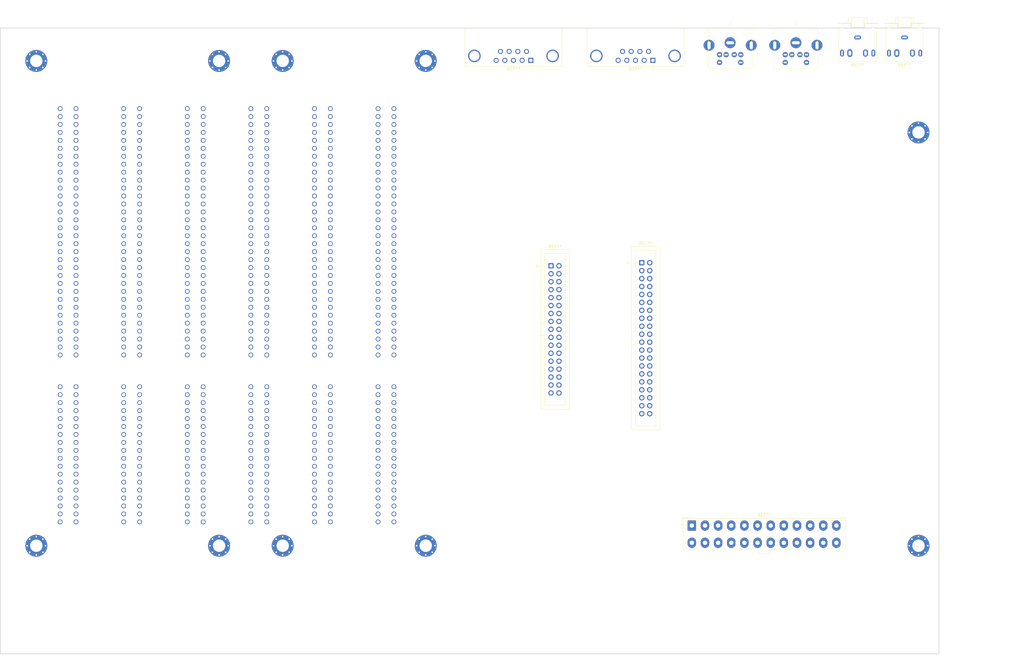
<source format=kicad_pcb>
(kicad_pcb (version 20241229) (generator "pcbnew") (generator_version "9.0")
  (title_block (title "Decimal ATX Motherboard (dATX)") (date "2025-08-10") (rev "0") (company "Jules Carboni") (comment 1 "dATX:   300×200 mm") (comment 2 "ISO A4: 297×210 mm"))
  (layers (0 "F.Cu" signal) (2 "B.Cu" signal) (13 "F.Paste" user) (15 "B.Paste" user) (5 "F.SilkS" user "F.Silkscreen") (7 "B.SilkS" user "B.Silkscreen") (1 "F.Mask" user) (3 "B.Mask" user) (25 "Edge.Cuts" user))
  (net 0 "")
  (footprint "HOLE" (layer "F.Cu") (at 119.92 40.5)
    (property "Reference" "")
    (property "Value" "")
  )
  (footprint "HOLE" (layer "F.Cu") (at 61.5 195.44)
    (property "Reference" "")
    (property "Value" "")
  )
  (footprint "Connector_Dsub:DSUB-9_Pins_Horizontal_P2.77x2.84mm_EdgePinOffset7.70mm_Housed_MountingHolesOffset9.12mm" (layer "F.Cu") (at 219.54 40.325331 180)
    (property "Reference" "REF**")
    (property "Value" "DSUB-9_Pins_Horizontal_P2.77x2.84mm_EdgePinOffset7.70mm_Housed_MountingHolesOffset9.12mm")
  )
  (footprint "HOLE" (layer "F.Cu") (at 185.96 40.5)
    (property "Reference" "")
    (property "Value" "")
  )
  (footprint "HOLE" (layer "F.Cu") (at 343.44 195.44)
    (property "Reference" "")
    (property "Value" "")
  )
  (footprint "Connector_IDC:IDC-Header_2x20_P2.54mm_Vertical" (layer "F.Cu") (at 255 104.98)
    (property "Reference" "REF**")
    (property "Value" "IDC-Header_2x20_P2.54mm_Vertical")
  )
  (footprint "HOLE" (layer "F.Cu") (at 61.5 40.5)
    (property "Reference" "")
    (property "Value" "")
  )
  (footprint "Connector_Audio:Jack_3.5mm_CUI_SJ1-3525N_Horizontal" (layer "F.Cu") (at 324 33 180)
    (property "Reference" "REF**")
    (property "Value" "Jack_3.5mm_CUI_SJ1-3525N_Horizontal")
    (fp_line (start 2.2 4.5) (end 6.5 4.5) (stroke (width 0.12)) (layer "Edge.Cuts"))
    (fp_line (start 2.2 3.5) (end 2.2 4.5) (stroke (width 0.12)) (layer "Edge.Cuts"))
    (fp_line (start 1.8 3.1) (end -1.8 3.1) (stroke (width 0.12)) (layer "Edge.Cuts"))
    (fp_line (start -2.2 4.5) (end -6.5 4.5) (stroke (width 0.12)) (layer "Edge.Cuts"))
    (fp_line (start -2.2 3.5) (end -2.2 4.5) (stroke (width 0.12)) (layer "Edge.Cuts"))
    (fp_arc (start 1.8 3.1) (mid 2.082843 3.217157) (end 2.2 3.5) (stroke (width 0.12)) (layer "Edge.Cuts"))
    (fp_arc (start -2.2 3.5) (mid -2.082842 3.217158) (end -1.8 3.1) (stroke (width 0.12)) (layer "Edge.Cuts"))
  )
  (footprint "Carboni_Library:JC100_Bus_16b" (layer "F.Cu") (at 132.6152 55.74)
    (property "Reference" "")
    (property "Value" "")
  )
  (footprint "HOLE" (layer "F.Cu") (at 140.24 40.5)
    (property "Reference" "")
    (property "Value" "")
  )
  (footprint "HOLE" (layer "F.Cu") (at 185.96 195.44)
    (property "Reference" "")
    (property "Value" "")
  )
  (footprint "Carboni_Library:JC100_Bus_16b" (layer "F.Cu") (at 91.9752 55.74)
    (property "Reference" "")
    (property "Value" "")
  )
  (footprint "Connector_Dsub:DSUB-9_Pins_Horizontal_P2.77x2.84mm_EdgePinOffset7.70mm_Housed_MountingHolesOffset9.12mm" (layer "F.Cu") (at 258.54 40.325331 180)
    (property "Reference" "REF**")
    (property "Value" "DSUB-9_Pins_Horizontal_P2.77x2.84mm_EdgePinOffset7.70mm_Housed_MountingHolesOffset9.12mm")
  )
  (footprint "Connector_Audio:Jack_3.5mm_CUI_SJ1-3525N_Horizontal" (layer "F.Cu") (at 339 33 180)
    (property "Reference" "REF**")
    (property "Value" "Jack_3.5mm_CUI_SJ1-3525N_Horizontal")
    (fp_line (start 2.2 4.5) (end 6.5 4.5) (stroke (width 0.12)) (layer "Edge.Cuts"))
    (fp_line (start 2.2 3.5) (end 2.2 4.5) (stroke (width 0.12)) (layer "Edge.Cuts"))
    (fp_line (start 1.8 3.1) (end -1.8 3.1) (stroke (width 0.12)) (layer "Edge.Cuts"))
    (fp_line (start -2.2 4.5) (end -6.5 4.5) (stroke (width 0.12)) (layer "Edge.Cuts"))
    (fp_line (start -2.2 3.5) (end -2.2 4.5) (stroke (width 0.12)) (layer "Edge.Cuts"))
    (fp_arc (start 1.8 3.1) (mid 2.082843 3.217157) (end 2.2 3.5) (stroke (width 0.12)) (layer "Edge.Cuts"))
    (fp_arc (start -2.2 3.5) (mid -2.082842 3.217158) (end -1.8 3.1) (stroke (width 0.12)) (layer "Edge.Cuts"))
  )
  (footprint "Carboni_Library:JC100_Bus_16b" (layer "F.Cu") (at 71.6552 55.74)
    (property "Reference" "")
    (property "Value" "")
  )
  (footprint "HOLE" (layer "F.Cu") (at 140.24 195.44)
    (property "Reference" "")
    (property "Value" "")
  )
  (footprint "Carboni_Library:JC100_Bus_16b" (layer "F.Cu") (at 152.9352 55.74)
    (property "Reference" "")
    (property "Value" "")
  )
  (footprint "Connector_IDC:IDC-Header_2x17_P2.54mm_Vertical" (layer "F.Cu") (at 226 105.98)
    (property "Reference" "REF**")
    (property "Value" "IDC-Header_2x17_P2.54mm_Vertical")
  )
  (footprint "HOLE" (layer "F.Cu") (at 119.92 195.44)
    (property "Reference" "")
    (property "Value" "")
  )
  (footprint "Carboni_Library:JC100_Bus_16b" (layer "F.Cu") (at 173.2552 55.74)
    (property "Reference" "")
    (property "Value" "")
  )
  (footprint "HOLE" (layer "F.Cu") (at 343.44 63.36)
    (property "Reference" "")
    (property "Value" "")
  )
  (footprint "Carboni_Library:Mini_DIN_6" (layer "F.Cu") (at 283.25 30)
    (property "Reference" "J")
    (property "Value" "Mini-DIN-6")
  )
  (footprint "Carboni_Library:JC100_Bus_16b" (layer "F.Cu") (at 112.2952 55.74)
    (property "Reference" "")
    (property "Value" "")
  )
  (footprint "Connector_Molex:Molex_Mini-Fit_Jr_5566-24A_2x12_P4.20mm_Vertical" (layer "F.Cu") (at 271 189)
    (property "Reference" "REF**")
    (property "Value" "Molex_Mini-Fit_Jr_5566-24A_2x12_P4.20mm_Vertical")
  )
  (footprint "Carboni_Library:Mini_DIN_6" (layer "F.Cu") (at 304.25 30)
    (property "Reference" "J")
    (property "Value" "Mini-DIN-6")
  )
  (gr_rect (start 50 30) (end 350 230) (stroke (width 0.2)) (fill no) (layer "Edge.Cuts"))
)
</source>
